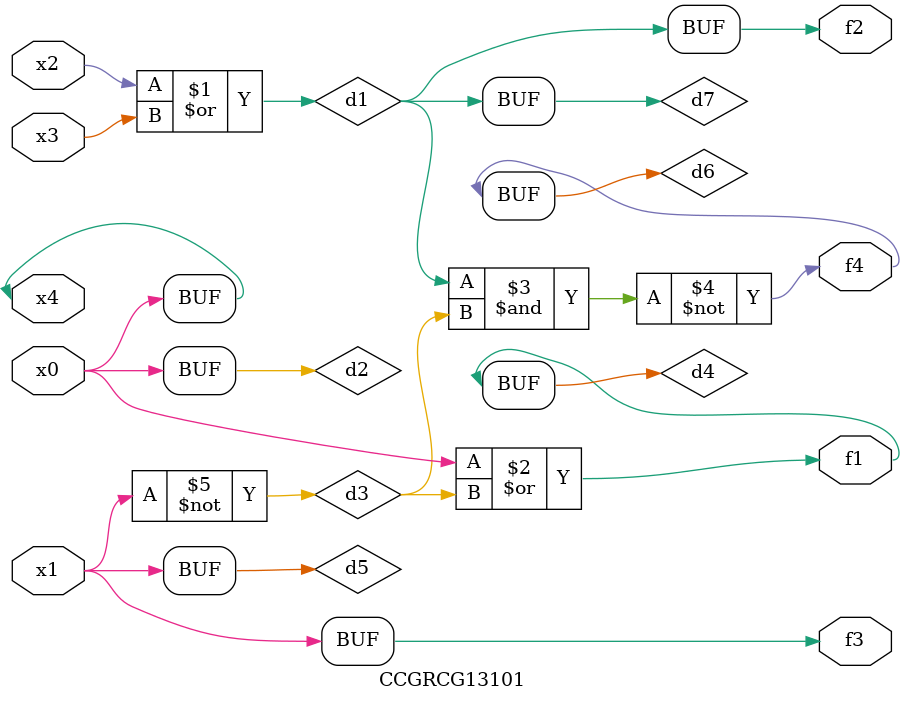
<source format=v>
module CCGRCG13101(
	input x0, x1, x2, x3, x4,
	output f1, f2, f3, f4
);

	wire d1, d2, d3, d4, d5, d6, d7;

	or (d1, x2, x3);
	buf (d2, x0, x4);
	not (d3, x1);
	or (d4, d2, d3);
	not (d5, d3);
	nand (d6, d1, d3);
	or (d7, d1);
	assign f1 = d4;
	assign f2 = d7;
	assign f3 = d5;
	assign f4 = d6;
endmodule

</source>
